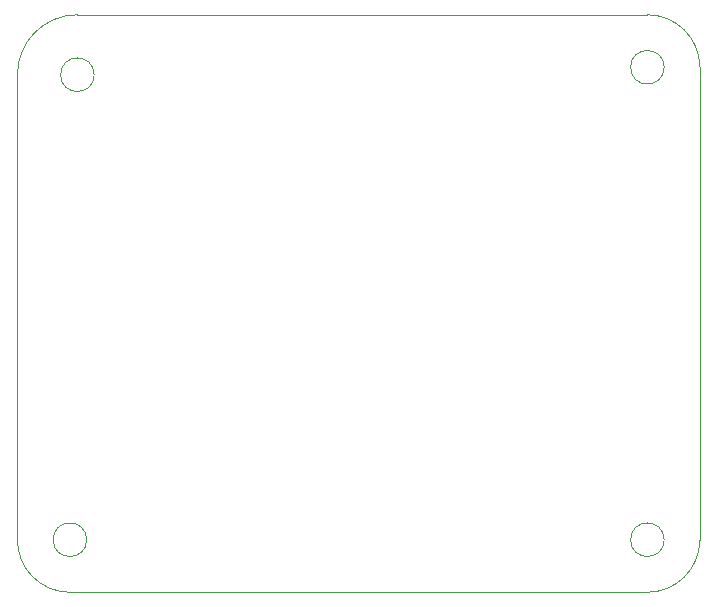
<source format=gbr>
G04 #@! TF.GenerationSoftware,KiCad,Pcbnew,(5.1.5-0-10_14)*
G04 #@! TF.CreationDate,2020-06-16T06:02:42+09:00*
G04 #@! TF.ProjectId,Motor&Heater,4d6f746f-7226-4486-9561-7465722e6b69,rev?*
G04 #@! TF.SameCoordinates,Original*
G04 #@! TF.FileFunction,Profile,NP*
%FSLAX46Y46*%
G04 Gerber Fmt 4.6, Leading zero omitted, Abs format (unit mm)*
G04 Created by KiCad (PCBNEW (5.1.5-0-10_14)) date 2020-06-16 06:02:42*
%MOMM*%
%LPD*%
G04 APERTURE LIST*
%ADD10C,0.050000*%
G04 APERTURE END LIST*
D10*
X50165000Y-131445000D02*
X50165000Y-170815000D01*
X55245000Y-126365000D02*
X103505000Y-126365000D01*
X107950000Y-130810000D02*
X107950000Y-170815000D01*
X54610000Y-175260000D02*
X103505000Y-175260000D01*
X54610000Y-175260000D02*
G75*
G02X50165000Y-170815000I0J4445000D01*
G01*
X50165000Y-131445000D02*
G75*
G02X55245000Y-126365000I5080000J0D01*
G01*
X107950000Y-170815000D02*
G75*
G02X103505000Y-175260000I-4445000J0D01*
G01*
X103505000Y-126365000D02*
G75*
G02X107950000Y-130810000I0J-4445000D01*
G01*
X56029903Y-170815000D02*
G75*
G03X56029903Y-170815000I-1419903J0D01*
G01*
X104924903Y-170815000D02*
G75*
G03X104924903Y-170815000I-1419903J0D01*
G01*
X104924903Y-130810000D02*
G75*
G03X104924903Y-130810000I-1419903J0D01*
G01*
X56664903Y-131445000D02*
G75*
G03X56664903Y-131445000I-1419903J0D01*
G01*
M02*

</source>
